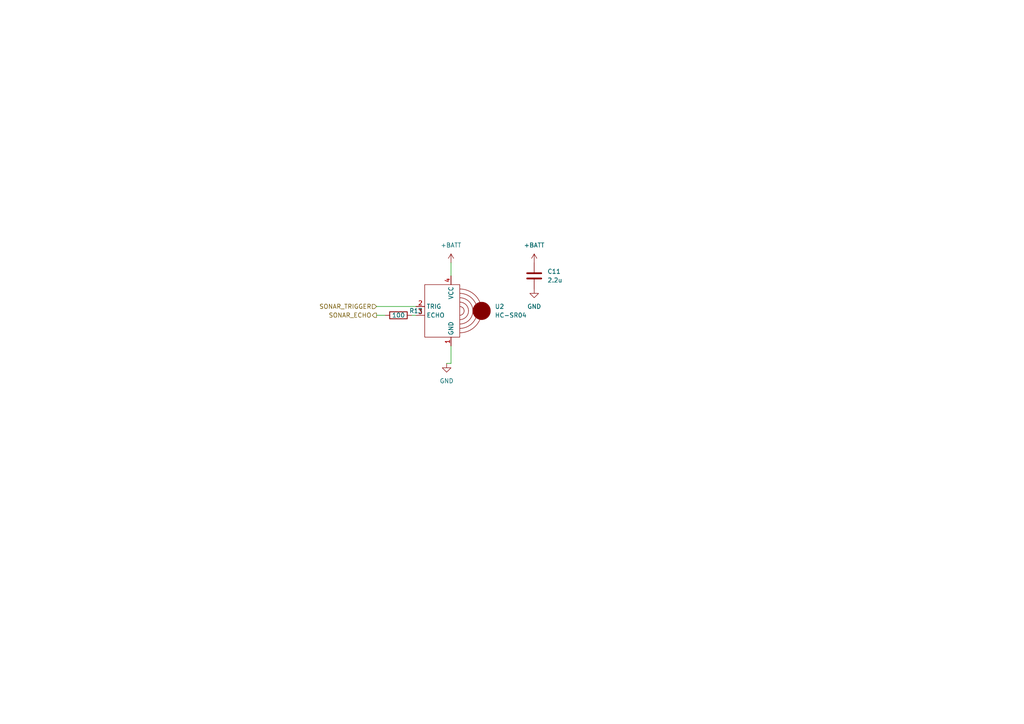
<source format=kicad_sch>
(kicad_sch (version 20230121) (generator eeschema)
  (paper "A4")
  (lib_symbols
    (symbol "Device:C" (pin_numbers hide) (pin_names (offset 0.254))
      (property "Reference" "C" (at 0.635 2.54 0))
      (property "Value" "C" (at 0.635 -2.54 0))
      (symbol "C_0_1"
        (polyline (pts (xy -2.032 -0.762) (xy 2.032 -0.762)) (stroke (width 0.508)))
        (polyline (pts (xy -2.032 0.762) (xy 2.032 0.762)) (stroke (width 0.508)))
      )
      (symbol "C_1_1"
        (pin passive line (at 0 3.81 270) (length 2.794) (name "~") (number "1"))
        (pin passive line (at 0 -3.81 90) (length 2.794) (name "~") (number "2"))
      )
    )
    (symbol "Device:R" (pin_numbers hide) (pin_names (offset 0))
      (property "Reference" "R" (at 2.032 0 90))
      (property "Value" "R" (at 0 0 90))
      (symbol "R_0_1"
        (rectangle (start -1.016 -2.54) (end 1.016 2.54) (stroke (width 0.254)))
      )
      (symbol "R_1_1"
        (pin passive line (at 0 3.81 270) (length 1.27) (name "~") (number "1"))
        (pin passive line (at 0 -3.81 90) (length 1.27) (name "~") (number "2"))
      )
    )
    (symbol "minimouse:HC-SR04"
      (property "Reference" "U" (at 0 0 0))
      (property "Value" "HC-SR04" (at 0 0 0))
      (symbol "HC-SR04_0_1"
        (rectangle (start -7.62 7.62) (end 2.54 -7.62))
        (arc (start 2.54 -6.35) (mid 7.0301 -4.4901) (end 8.89 0))
        (arc (start 2.54 -5.08) (mid 6.1321 -3.5921) (end 7.62 0))
        (arc (start 2.54 -3.81) (mid 5.2341 -2.6941) (end 6.35 0))
        (arc (start 2.54 -2.54) (mid 4.3361 -1.7961) (end 5.08 0))
        (arc (start 2.54 -1.27) (mid 3.438 -0.898) (end 3.81 0))
        (arc (start 3.81 0) (mid 3.438 0.898) (end 2.54 1.27))
        (arc (start 5.08 0) (mid 4.3361 1.7961) (end 2.54 2.54))
        (arc (start 6.35 0) (mid 5.2341 2.6941) (end 2.54 3.81))
        (arc (start 7.62 0) (mid 6.1321 3.5921) (end 2.54 5.08))
        (arc (start 8.89 0) (mid 7.0301 4.4901) (end 2.54 6.35))
      )
      (symbol "HC-SR04_1_1"
        (circle (center 8.89 0) (radius 2.54) (fill (type outline)))
        (pin power_in line (at 0 -10.16 90) (length 2.54) (name "GND") (number "1"))
        (pin input line (at -10.16 1.27 0) (length 2.54) (name "TRIG") (number "2"))
        (pin output line (at -10.16 -1.27 0) (length 2.54) (name "ECHO") (number "3"))
        (pin power_in line (at 0 10.16 270) (length 2.54) (name "VCC") (number "4"))
      )
    )
    (symbol "power:+BATT" (power) (pin_names (offset 0))
      (property "Value" "+BATT" (at 0 3.556 0))
      (symbol "+BATT_0_1"
        (polyline (pts (xy -0.762 1.27) (xy 0 2.54)))
        (polyline (pts (xy 0 0) (xy 0 2.54)))
        (polyline (pts (xy 0 2.54) (xy 0.762 1.27)))
      )
      (symbol "+BATT_1_1"
        (pin power_in line (at 0 0 90) (length 0) hide (name "+BATT") (number "1"))
      )
    )
    (symbol "power:GND" (power) (pin_names (offset 0))
      (property "Value" "GND" (at 0 -3.81 0))
      (symbol "GND_0_1"
        (polyline (pts (xy 0 0) (xy 0 -1.27) (xy 1.27 -1.27) (xy 0 -2.54) (xy -1.27 -1.27) (xy 0 -1.27)))
      )
      (symbol "GND_1_1"
        (pin power_in line (at 0 0 270) (length 0) hide (name "GND") (number "1"))
      )
    )
  )
  (wire (pts (xy 119.38 91.44) (xy 120.65 91.44)))
  (wire (pts (xy 130.81 105.41) (xy 129.54 105.41)))
  (wire (pts (xy 109.22 88.9) (xy 120.65 88.9)))
  (wire (pts (xy 109.22 91.44) (xy 111.76 91.44)))
  (wire (pts (xy 130.81 100.33) (xy 130.81 105.41)))
  (wire (pts (xy 130.81 76.2) (xy 130.81 80.01)))
  (hierarchical_label "SONAR_TRIGGER" (shape input) (at 109.22 88.9 180))
  (hierarchical_label "SONAR_ECHO" (shape output) (at 109.22 91.44 180))
  (symbol (lib_id "Device:C") (at 154.94 80.01 0) (unit 1)
    (property "Reference" "C11" (at 158.75 78.74 0) (effects (justify left)))
    (property "Value" "2.2u" (at 158.75 81.28 0) (effects (justify left)))
    (property "Footprint" "Capacitor_SMD:C_0603_1608Metric" (effects hide))
  )
  (symbol (lib_id "power:GND") (at 154.94 83.82 0) (unit 1)
    (property "Reference" "#PWR030" (effects hide))
    (property "Value" "GND" (at 154.94 88.9 0))
  )
  (symbol (lib_id "power:GND") (at 129.54 105.41 0) (unit 1)
    (property "Reference" "#PWR023" (effects hide))
    (property "Value" "GND" (at 129.54 110.49 0))
  )
  (symbol (lib_id "power:+BATT") (at 154.94 76.2 0) (unit 1)
    (property "Reference" "#PWR015" (effects hide))
    (property "Value" "+BATT" (at 154.94 71.12 0))
  )
  (symbol (lib_id "Device:R") (at 115.57 91.44 90) (unit 1)
    (property "Reference" "R13" (at 120.65 90.17 90))
    (property "Value" "100" (at 115.57 91.44 90))
    (property "Footprint" "Resistor_SMD:R_0603_1608Metric" (effects hide))
  )
  (symbol (lib_id "minimouse:HC-SR04") (at 130.81 90.17 0) (unit 1)
    (property "Reference" "U2" (at 143.51 88.9 0) (effects (justify left)))
    (property "Value" "HC-SR04" (at 143.51 91.44 0) (effects (justify left)))
    (property "Footprint" "minimouse:HC-SR04" (effects hide))
  )
  (symbol (lib_id "power:+BATT") (at 130.81 76.2 0) (unit 1)
    (property "Reference" "#PWR08" (effects hide))
    (property "Value" "+BATT" (at 130.81 71.12 0))
  )
)
</source>
